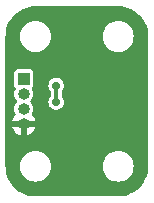
<source format=gbr>
%TF.GenerationSoftware,KiCad,Pcbnew,7.0.8*%
%TF.CreationDate,2024-05-19T14:37:02-04:00*%
%TF.ProjectId,TempHumiditySensor,54656d70-4875-46d6-9964-69747953656e,rev?*%
%TF.SameCoordinates,Original*%
%TF.FileFunction,Copper,L2,Bot*%
%TF.FilePolarity,Positive*%
%FSLAX46Y46*%
G04 Gerber Fmt 4.6, Leading zero omitted, Abs format (unit mm)*
G04 Created by KiCad (PCBNEW 7.0.8) date 2024-05-19 14:37:02*
%MOMM*%
%LPD*%
G01*
G04 APERTURE LIST*
%TA.AperFunction,ComponentPad*%
%ADD10O,1.000000X1.000000*%
%TD*%
%TA.AperFunction,ComponentPad*%
%ADD11R,1.000000X1.000000*%
%TD*%
%TA.AperFunction,ViaPad*%
%ADD12C,0.700000*%
%TD*%
%TA.AperFunction,Conductor*%
%ADD13C,0.300000*%
%TD*%
G04 APERTURE END LIST*
D10*
%TO.P,J1,4,Pin_4*%
%TO.N,GND*%
X131500000Y-77410000D03*
%TO.P,J1,3,Pin_3*%
%TO.N,SDA*%
X131500000Y-76140000D03*
%TO.P,J1,2,Pin_2*%
%TO.N,SCL*%
X131500000Y-74870000D03*
D11*
%TO.P,J1,1,Pin_1*%
%TO.N,+3.3V*%
X131500000Y-73600000D03*
%TD*%
D12*
%TO.N,+3.3V*%
X134250000Y-75569500D03*
X134250000Y-74170500D03*
%TO.N,GND*%
X138272100Y-77500001D03*
X140222100Y-75250001D03*
X139622100Y-73750001D03*
%TD*%
D13*
%TO.N,+3.3V*%
X134250000Y-74170500D02*
X134250000Y-75569500D01*
%TD*%
%TA.AperFunction,Conductor*%
%TO.N,GND*%
G36*
X139501735Y-67450598D02*
G01*
X139635075Y-67458085D01*
X139781984Y-67466336D01*
X139788875Y-67467112D01*
X140024574Y-67507158D01*
X140063879Y-67513837D01*
X140070662Y-67515385D01*
X140338700Y-67592605D01*
X140345264Y-67594901D01*
X140602978Y-67701650D01*
X140609226Y-67704660D01*
X140853371Y-67839594D01*
X140859249Y-67843287D01*
X141086753Y-68004710D01*
X141092179Y-68009037D01*
X141300170Y-68194909D01*
X141305090Y-68199829D01*
X141490962Y-68407820D01*
X141495291Y-68413249D01*
X141656708Y-68640745D01*
X141660405Y-68646628D01*
X141795335Y-68890764D01*
X141798354Y-68897033D01*
X141905096Y-69154732D01*
X141907394Y-69161299D01*
X141984614Y-69429337D01*
X141986162Y-69436120D01*
X142032885Y-69711110D01*
X142033664Y-69718024D01*
X142049402Y-69998264D01*
X142049500Y-70001741D01*
X142049500Y-80998258D01*
X142049402Y-81001735D01*
X142033664Y-81281975D01*
X142032885Y-81288889D01*
X141986162Y-81563879D01*
X141984614Y-81570662D01*
X141907394Y-81838700D01*
X141905096Y-81845267D01*
X141798354Y-82102966D01*
X141795335Y-82109235D01*
X141660405Y-82353371D01*
X141656703Y-82359263D01*
X141495300Y-82586739D01*
X141490962Y-82592179D01*
X141305090Y-82800170D01*
X141300170Y-82805090D01*
X141092179Y-82990962D01*
X141086739Y-82995300D01*
X140859263Y-83156703D01*
X140853371Y-83160405D01*
X140609235Y-83295335D01*
X140602966Y-83298354D01*
X140345267Y-83405096D01*
X140338700Y-83407394D01*
X140070662Y-83484614D01*
X140063879Y-83486162D01*
X139788889Y-83532885D01*
X139781975Y-83533664D01*
X139501735Y-83549402D01*
X139498258Y-83549500D01*
X132501742Y-83549500D01*
X132498265Y-83549402D01*
X132218024Y-83533664D01*
X132211110Y-83532885D01*
X131936120Y-83486162D01*
X131929337Y-83484614D01*
X131661299Y-83407394D01*
X131654732Y-83405096D01*
X131490846Y-83337212D01*
X131397029Y-83298352D01*
X131390764Y-83295335D01*
X131146628Y-83160405D01*
X131140745Y-83156708D01*
X130913249Y-82995291D01*
X130907820Y-82990962D01*
X130699829Y-82805090D01*
X130694909Y-82800170D01*
X130509037Y-82592179D01*
X130504710Y-82586753D01*
X130343287Y-82359249D01*
X130339594Y-82353371D01*
X130216631Y-82130887D01*
X130204660Y-82109226D01*
X130201650Y-82102978D01*
X130094901Y-81845264D01*
X130092605Y-81838700D01*
X130015385Y-81570662D01*
X130013837Y-81563879D01*
X130002135Y-81495006D01*
X129967112Y-81288875D01*
X129966336Y-81281984D01*
X129958085Y-81135075D01*
X129950598Y-81001735D01*
X129950549Y-81000001D01*
X131190517Y-81000001D01*
X131210410Y-81227383D01*
X131210412Y-81227394D01*
X131269485Y-81447862D01*
X131269487Y-81447866D01*
X131269488Y-81447870D01*
X131291468Y-81495006D01*
X131365953Y-81654740D01*
X131365955Y-81654744D01*
X131496878Y-81841719D01*
X131658280Y-82003121D01*
X131845255Y-82134044D01*
X131845259Y-82134046D01*
X132052130Y-82230512D01*
X132272611Y-82289589D01*
X132443044Y-82304500D01*
X132556956Y-82304500D01*
X132727389Y-82289589D01*
X132947870Y-82230512D01*
X133154741Y-82134046D01*
X133159253Y-82130887D01*
X133171839Y-82122073D01*
X133341719Y-82003122D01*
X133503122Y-81841719D01*
X133634046Y-81654742D01*
X133730512Y-81447870D01*
X133789589Y-81227389D01*
X133809483Y-81000001D01*
X138190517Y-81000001D01*
X138210410Y-81227383D01*
X138210412Y-81227394D01*
X138269485Y-81447862D01*
X138269487Y-81447866D01*
X138269488Y-81447870D01*
X138291468Y-81495006D01*
X138365953Y-81654740D01*
X138365955Y-81654744D01*
X138496878Y-81841719D01*
X138658280Y-82003121D01*
X138845255Y-82134044D01*
X138845259Y-82134046D01*
X139052130Y-82230512D01*
X139272611Y-82289589D01*
X139443044Y-82304500D01*
X139556956Y-82304500D01*
X139727389Y-82289589D01*
X139947870Y-82230512D01*
X140154741Y-82134046D01*
X140159253Y-82130887D01*
X140171839Y-82122073D01*
X140341719Y-82003122D01*
X140503122Y-81841719D01*
X140634046Y-81654742D01*
X140730512Y-81447870D01*
X140789589Y-81227389D01*
X140809483Y-81000000D01*
X140789589Y-80772611D01*
X140730512Y-80552130D01*
X140634046Y-80345259D01*
X140634044Y-80345255D01*
X140503121Y-80158280D01*
X140341719Y-79996878D01*
X140154744Y-79865955D01*
X140154740Y-79865953D01*
X140051305Y-79817721D01*
X139947870Y-79769488D01*
X139947866Y-79769487D01*
X139947862Y-79769485D01*
X139727394Y-79710412D01*
X139727384Y-79710410D01*
X139556956Y-79695500D01*
X139443044Y-79695500D01*
X139272615Y-79710410D01*
X139272605Y-79710412D01*
X139052137Y-79769485D01*
X139052128Y-79769489D01*
X138845259Y-79865953D01*
X138845255Y-79865955D01*
X138658280Y-79996878D01*
X138496881Y-80158277D01*
X138496872Y-80158287D01*
X138365955Y-80345254D01*
X138365953Y-80345258D01*
X138269489Y-80552128D01*
X138269485Y-80552137D01*
X138210412Y-80772605D01*
X138210410Y-80772616D01*
X138190517Y-80999998D01*
X138190517Y-81000001D01*
X133809483Y-81000001D01*
X133809483Y-81000000D01*
X133789589Y-80772611D01*
X133730512Y-80552130D01*
X133634046Y-80345259D01*
X133634044Y-80345255D01*
X133503121Y-80158280D01*
X133341719Y-79996878D01*
X133154744Y-79865955D01*
X133154740Y-79865953D01*
X133051305Y-79817721D01*
X132947870Y-79769488D01*
X132947866Y-79769487D01*
X132947862Y-79769485D01*
X132727394Y-79710412D01*
X132727384Y-79710410D01*
X132556956Y-79695500D01*
X132443044Y-79695500D01*
X132272615Y-79710410D01*
X132272605Y-79710412D01*
X132052137Y-79769485D01*
X132052128Y-79769489D01*
X131845259Y-79865953D01*
X131845255Y-79865955D01*
X131658280Y-79996878D01*
X131496881Y-80158277D01*
X131496872Y-80158287D01*
X131365955Y-80345254D01*
X131365953Y-80345258D01*
X131269489Y-80552128D01*
X131269485Y-80552137D01*
X131210412Y-80772605D01*
X131210410Y-80772616D01*
X131190517Y-80999998D01*
X131190517Y-81000001D01*
X129950549Y-81000001D01*
X129950500Y-80998258D01*
X129950500Y-77660000D01*
X130530840Y-77660000D01*
X130571652Y-77794541D01*
X130664503Y-77968253D01*
X130664507Y-77968260D01*
X130789471Y-78120528D01*
X130941739Y-78245491D01*
X131115465Y-78338349D01*
X131250000Y-78379159D01*
X131250000Y-77660000D01*
X130530840Y-77660000D01*
X129950500Y-77660000D01*
X129950500Y-77159999D01*
X130530839Y-77159999D01*
X130530840Y-77160000D01*
X131285517Y-77160000D01*
X131214199Y-77244993D01*
X131175000Y-77352694D01*
X131175000Y-77467306D01*
X131214199Y-77575007D01*
X131287871Y-77662805D01*
X131387129Y-77720112D01*
X131471564Y-77735000D01*
X131528436Y-77735000D01*
X131612871Y-77720112D01*
X131712129Y-77662805D01*
X131714483Y-77660000D01*
X131750000Y-77660000D01*
X131750000Y-78379159D01*
X131884534Y-78338349D01*
X132058260Y-78245491D01*
X132210528Y-78120528D01*
X132335492Y-77968260D01*
X132335496Y-77968253D01*
X132428347Y-77794541D01*
X132469160Y-77660000D01*
X131750000Y-77660000D01*
X131714483Y-77660000D01*
X131785801Y-77575007D01*
X131825000Y-77467306D01*
X131825000Y-77352694D01*
X131785801Y-77244993D01*
X131714483Y-77160000D01*
X132469160Y-77160000D01*
X132469160Y-77159999D01*
X132428347Y-77025458D01*
X132335496Y-76851746D01*
X132335492Y-76851739D01*
X132210534Y-76699479D01*
X132208815Y-76697760D01*
X132208201Y-76696635D01*
X132206664Y-76694763D01*
X132207019Y-76694471D01*
X132175325Y-76636439D01*
X132180304Y-76566747D01*
X132191495Y-76544100D01*
X132225789Y-76489522D01*
X132285368Y-76319255D01*
X132285369Y-76319249D01*
X132305565Y-76140003D01*
X132305565Y-76139996D01*
X132285369Y-75960750D01*
X132285368Y-75960745D01*
X132225788Y-75790476D01*
X132129815Y-75637737D01*
X132084759Y-75592681D01*
X132072101Y-75569500D01*
X133594722Y-75569500D01*
X133613762Y-75726318D01*
X133669780Y-75874023D01*
X133759517Y-76004030D01*
X133877760Y-76108783D01*
X133877762Y-76108784D01*
X134017634Y-76182196D01*
X134171014Y-76220000D01*
X134171015Y-76220000D01*
X134328985Y-76220000D01*
X134482365Y-76182196D01*
X134622240Y-76108783D01*
X134740483Y-76004030D01*
X134830220Y-75874023D01*
X134886237Y-75726318D01*
X134905278Y-75569500D01*
X134886237Y-75412682D01*
X134830220Y-75264977D01*
X134740483Y-75134970D01*
X134740479Y-75134966D01*
X134735509Y-75129356D01*
X134736953Y-75128076D01*
X134705145Y-75077360D01*
X134700500Y-75043740D01*
X134700500Y-74696259D01*
X134720185Y-74629220D01*
X134735846Y-74610944D01*
X134735509Y-74610645D01*
X134740481Y-74605032D01*
X134740481Y-74605031D01*
X134740483Y-74605030D01*
X134830220Y-74475023D01*
X134886237Y-74327318D01*
X134905278Y-74170500D01*
X134905217Y-74169993D01*
X134886237Y-74013681D01*
X134864992Y-73957664D01*
X134830220Y-73865977D01*
X134740483Y-73735970D01*
X134622240Y-73631217D01*
X134622238Y-73631216D01*
X134622237Y-73631215D01*
X134482365Y-73557803D01*
X134328986Y-73520000D01*
X134328985Y-73520000D01*
X134171015Y-73520000D01*
X134171014Y-73520000D01*
X134017634Y-73557803D01*
X133877762Y-73631215D01*
X133759516Y-73735971D01*
X133669781Y-73865975D01*
X133669780Y-73865976D01*
X133613762Y-74013681D01*
X133594722Y-74170499D01*
X133594722Y-74170500D01*
X133613762Y-74327318D01*
X133669780Y-74475023D01*
X133669781Y-74475024D01*
X133759518Y-74605032D01*
X133764491Y-74610645D01*
X133763044Y-74611926D01*
X133794850Y-74662620D01*
X133799500Y-74696259D01*
X133799500Y-75043740D01*
X133779815Y-75110779D01*
X133764153Y-75129056D01*
X133764491Y-75129356D01*
X133759515Y-75134972D01*
X133669781Y-75264975D01*
X133669780Y-75264976D01*
X133613762Y-75412681D01*
X133594722Y-75569499D01*
X133594722Y-75569500D01*
X132072101Y-75569500D01*
X132051274Y-75531358D01*
X132056258Y-75461666D01*
X132084759Y-75417319D01*
X132089397Y-75412681D01*
X132129816Y-75372262D01*
X132225789Y-75219522D01*
X132285368Y-75049255D01*
X132285369Y-75049249D01*
X132305565Y-74870003D01*
X132305565Y-74869996D01*
X132285369Y-74690750D01*
X132285366Y-74690737D01*
X132225790Y-74520481D01*
X132225789Y-74520477D01*
X132193006Y-74468304D01*
X132174006Y-74401068D01*
X132194374Y-74334232D01*
X132210315Y-74314655D01*
X132252206Y-74272765D01*
X132297585Y-74169991D01*
X132300500Y-74144865D01*
X132300499Y-73055136D01*
X132300497Y-73055117D01*
X132297586Y-73030012D01*
X132297585Y-73030010D01*
X132297585Y-73030009D01*
X132252206Y-72927235D01*
X132172765Y-72847794D01*
X132172763Y-72847793D01*
X132069992Y-72802415D01*
X132044865Y-72799500D01*
X130955143Y-72799500D01*
X130955117Y-72799502D01*
X130930012Y-72802413D01*
X130930008Y-72802415D01*
X130827235Y-72847793D01*
X130747794Y-72927234D01*
X130702415Y-73030006D01*
X130702415Y-73030008D01*
X130699500Y-73055131D01*
X130699500Y-74144856D01*
X130699502Y-74144882D01*
X130702413Y-74169987D01*
X130702415Y-74169991D01*
X130747793Y-74272764D01*
X130789680Y-74314651D01*
X130823165Y-74375974D01*
X130818181Y-74445666D01*
X130806994Y-74468302D01*
X130774209Y-74520480D01*
X130714633Y-74690737D01*
X130714630Y-74690750D01*
X130694435Y-74869996D01*
X130694435Y-74870003D01*
X130714630Y-75049249D01*
X130714631Y-75049254D01*
X130774211Y-75219523D01*
X130870184Y-75372262D01*
X130870185Y-75372263D01*
X130915241Y-75417320D01*
X130948725Y-75478643D01*
X130943740Y-75548335D01*
X130915241Y-75592680D01*
X130870184Y-75637737D01*
X130774211Y-75790476D01*
X130714631Y-75960745D01*
X130714630Y-75960750D01*
X130694435Y-76139996D01*
X130694435Y-76140003D01*
X130714630Y-76319249D01*
X130714633Y-76319262D01*
X130774209Y-76489518D01*
X130774213Y-76489527D01*
X130808503Y-76544100D01*
X130827503Y-76611337D01*
X130807135Y-76678172D01*
X130791198Y-76697745D01*
X130789471Y-76699471D01*
X130664507Y-76851739D01*
X130664503Y-76851746D01*
X130571652Y-77025458D01*
X130530839Y-77159999D01*
X129950500Y-77159999D01*
X129950500Y-70001741D01*
X129950549Y-70000001D01*
X131190517Y-70000001D01*
X131210410Y-70227383D01*
X131210412Y-70227394D01*
X131269485Y-70447862D01*
X131269487Y-70447866D01*
X131269488Y-70447870D01*
X131317721Y-70551305D01*
X131365953Y-70654740D01*
X131365955Y-70654744D01*
X131496878Y-70841719D01*
X131658280Y-71003121D01*
X131845255Y-71134044D01*
X131845259Y-71134046D01*
X132052130Y-71230512D01*
X132272611Y-71289589D01*
X132443044Y-71304500D01*
X132556956Y-71304500D01*
X132727389Y-71289589D01*
X132947870Y-71230512D01*
X133154741Y-71134046D01*
X133341719Y-71003122D01*
X133503122Y-70841719D01*
X133634046Y-70654742D01*
X133730512Y-70447870D01*
X133789589Y-70227389D01*
X133809483Y-70000001D01*
X138190517Y-70000001D01*
X138210410Y-70227383D01*
X138210412Y-70227394D01*
X138269485Y-70447862D01*
X138269487Y-70447866D01*
X138269488Y-70447870D01*
X138317721Y-70551305D01*
X138365953Y-70654740D01*
X138365955Y-70654744D01*
X138496878Y-70841719D01*
X138658280Y-71003121D01*
X138845255Y-71134044D01*
X138845259Y-71134046D01*
X139052130Y-71230512D01*
X139272611Y-71289589D01*
X139443044Y-71304500D01*
X139556956Y-71304500D01*
X139727389Y-71289589D01*
X139947870Y-71230512D01*
X140154741Y-71134046D01*
X140341719Y-71003122D01*
X140503122Y-70841719D01*
X140634046Y-70654742D01*
X140730512Y-70447870D01*
X140789589Y-70227389D01*
X140809483Y-70000000D01*
X140789589Y-69772611D01*
X140730512Y-69552130D01*
X140634046Y-69345259D01*
X140634044Y-69345255D01*
X140503121Y-69158280D01*
X140341719Y-68996878D01*
X140154744Y-68865955D01*
X140154740Y-68865953D01*
X140051305Y-68817721D01*
X139947870Y-68769488D01*
X139947866Y-68769487D01*
X139947862Y-68769485D01*
X139727394Y-68710412D01*
X139727384Y-68710410D01*
X139556956Y-68695500D01*
X139443044Y-68695500D01*
X139272615Y-68710410D01*
X139272605Y-68710412D01*
X139052137Y-68769485D01*
X139052128Y-68769489D01*
X138845259Y-68865953D01*
X138845255Y-68865955D01*
X138658280Y-68996878D01*
X138496881Y-69158277D01*
X138496872Y-69158287D01*
X138365955Y-69345254D01*
X138365953Y-69345258D01*
X138269489Y-69552128D01*
X138269485Y-69552137D01*
X138210412Y-69772605D01*
X138210410Y-69772616D01*
X138190517Y-69999998D01*
X138190517Y-70000001D01*
X133809483Y-70000001D01*
X133809483Y-70000000D01*
X133789589Y-69772611D01*
X133730512Y-69552130D01*
X133634046Y-69345259D01*
X133634044Y-69345255D01*
X133503121Y-69158280D01*
X133341719Y-68996878D01*
X133154744Y-68865955D01*
X133154740Y-68865953D01*
X133051305Y-68817721D01*
X132947870Y-68769488D01*
X132947866Y-68769487D01*
X132947862Y-68769485D01*
X132727394Y-68710412D01*
X132727384Y-68710410D01*
X132556956Y-68695500D01*
X132443044Y-68695500D01*
X132272615Y-68710410D01*
X132272605Y-68710412D01*
X132052137Y-68769485D01*
X132052128Y-68769489D01*
X131845259Y-68865953D01*
X131845255Y-68865955D01*
X131658280Y-68996878D01*
X131496881Y-69158277D01*
X131496872Y-69158287D01*
X131365955Y-69345254D01*
X131365953Y-69345258D01*
X131269489Y-69552128D01*
X131269485Y-69552137D01*
X131210412Y-69772605D01*
X131210410Y-69772616D01*
X131190517Y-69999998D01*
X131190517Y-70000001D01*
X129950549Y-70000001D01*
X129950598Y-69998264D01*
X129957338Y-69878232D01*
X129966336Y-69718013D01*
X129967112Y-69711126D01*
X130013837Y-69436119D01*
X130015385Y-69429337D01*
X130039608Y-69345258D01*
X130092606Y-69161293D01*
X130094899Y-69154741D01*
X130201653Y-68897014D01*
X130204656Y-68890779D01*
X130339599Y-68646619D01*
X130343282Y-68640757D01*
X130504716Y-68413237D01*
X130509026Y-68407832D01*
X130694911Y-68199826D01*
X130699829Y-68194909D01*
X130907832Y-68009026D01*
X130913237Y-68004716D01*
X131140757Y-67843282D01*
X131146619Y-67839599D01*
X131390779Y-67704656D01*
X131397014Y-67701653D01*
X131654741Y-67594899D01*
X131661293Y-67592606D01*
X131929337Y-67515385D01*
X131936120Y-67513837D01*
X132211126Y-67467112D01*
X132218013Y-67466336D01*
X132370969Y-67457746D01*
X132498265Y-67450598D01*
X132501742Y-67450500D01*
X132539882Y-67450500D01*
X139460118Y-67450500D01*
X139498258Y-67450500D01*
X139501735Y-67450598D01*
G37*
%TD.AperFunction*%
%TD*%
M02*

</source>
